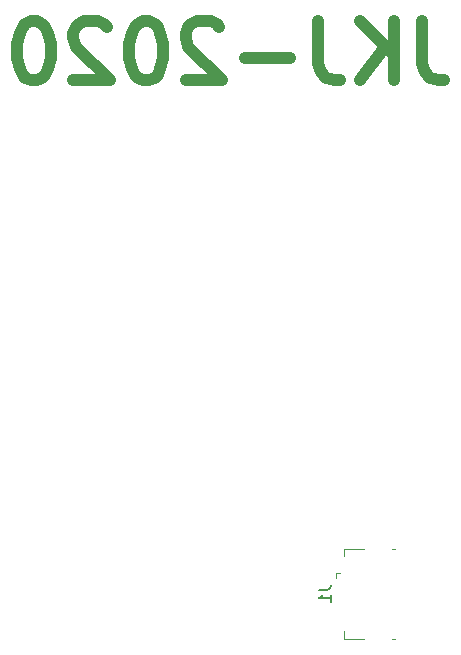
<source format=gbo>
G04 #@! TF.GenerationSoftware,KiCad,Pcbnew,(5.1.5)-3*
G04 #@! TF.CreationDate,2020-01-03T21:25:54+01:00*
G04 #@! TF.ProjectId,DHT_Disp_1,4448545f-4469-4737-905f-312e6b696361,rev?*
G04 #@! TF.SameCoordinates,Original*
G04 #@! TF.FileFunction,Legend,Bot*
G04 #@! TF.FilePolarity,Positive*
%FSLAX46Y46*%
G04 Gerber Fmt 4.6, Leading zero omitted, Abs format (unit mm)*
G04 Created by KiCad (PCBNEW (5.1.5)-3) date 2020-01-03 21:25:54*
%MOMM*%
%LPD*%
G04 APERTURE LIST*
%ADD10C,1.000000*%
%ADD11C,0.120000*%
%ADD12C,0.150000*%
G04 APERTURE END LIST*
D10*
X153469523Y-74731904D02*
X153469523Y-78303333D01*
X153707619Y-79017619D01*
X154183809Y-79493809D01*
X154898095Y-79731904D01*
X155374285Y-79731904D01*
X151088571Y-79731904D02*
X151088571Y-74731904D01*
X148231428Y-79731904D02*
X150374285Y-76874761D01*
X148231428Y-74731904D02*
X151088571Y-77589047D01*
X144660000Y-74731904D02*
X144660000Y-78303333D01*
X144898095Y-79017619D01*
X145374285Y-79493809D01*
X146088571Y-79731904D01*
X146564761Y-79731904D01*
X142279047Y-77827142D02*
X138469523Y-77827142D01*
X136326666Y-75208095D02*
X136088571Y-74970000D01*
X135612380Y-74731904D01*
X134421904Y-74731904D01*
X133945714Y-74970000D01*
X133707619Y-75208095D01*
X133469523Y-75684285D01*
X133469523Y-76160476D01*
X133707619Y-76874761D01*
X136564761Y-79731904D01*
X133469523Y-79731904D01*
X130374285Y-74731904D02*
X129898095Y-74731904D01*
X129421904Y-74970000D01*
X129183809Y-75208095D01*
X128945714Y-75684285D01*
X128707619Y-76636666D01*
X128707619Y-77827142D01*
X128945714Y-78779523D01*
X129183809Y-79255714D01*
X129421904Y-79493809D01*
X129898095Y-79731904D01*
X130374285Y-79731904D01*
X130850476Y-79493809D01*
X131088571Y-79255714D01*
X131326666Y-78779523D01*
X131564761Y-77827142D01*
X131564761Y-76636666D01*
X131326666Y-75684285D01*
X131088571Y-75208095D01*
X130850476Y-74970000D01*
X130374285Y-74731904D01*
X126802857Y-75208095D02*
X126564761Y-74970000D01*
X126088571Y-74731904D01*
X124898095Y-74731904D01*
X124421904Y-74970000D01*
X124183809Y-75208095D01*
X123945714Y-75684285D01*
X123945714Y-76160476D01*
X124183809Y-76874761D01*
X127040952Y-79731904D01*
X123945714Y-79731904D01*
X120850476Y-74731904D02*
X120374285Y-74731904D01*
X119898095Y-74970000D01*
X119660000Y-75208095D01*
X119421904Y-75684285D01*
X119183809Y-76636666D01*
X119183809Y-77827142D01*
X119421904Y-78779523D01*
X119660000Y-79255714D01*
X119898095Y-79493809D01*
X120374285Y-79731904D01*
X120850476Y-79731904D01*
X121326666Y-79493809D01*
X121564761Y-79255714D01*
X121802857Y-78779523D01*
X122040952Y-77827142D01*
X122040952Y-76636666D01*
X121802857Y-75684285D01*
X121564761Y-75208095D01*
X121326666Y-74970000D01*
X120850476Y-74731904D01*
D11*
X146180000Y-121430000D02*
X146570000Y-121430000D01*
X146180000Y-121430000D02*
X146180000Y-121880000D01*
X146880000Y-127000000D02*
X146880000Y-126350000D01*
X148610000Y-127000000D02*
X146880000Y-127000000D01*
X151180000Y-119380000D02*
X150970000Y-119380000D01*
X151180000Y-127000000D02*
X150970000Y-127000000D01*
X148610000Y-119380000D02*
X146880000Y-119380000D01*
X146880000Y-119380000D02*
X146880000Y-120040000D01*
D12*
X144742380Y-122856666D02*
X145456666Y-122856666D01*
X145599523Y-122809047D01*
X145694761Y-122713809D01*
X145742380Y-122570952D01*
X145742380Y-122475714D01*
X145742380Y-123856666D02*
X145742380Y-123285238D01*
X145742380Y-123570952D02*
X144742380Y-123570952D01*
X144885238Y-123475714D01*
X144980476Y-123380476D01*
X145028095Y-123285238D01*
M02*

</source>
